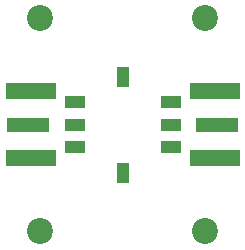
<source format=gbr>
%TF.GenerationSoftware,KiCad,Pcbnew,(6.0.0)*%
%TF.CreationDate,2022-01-16T13:24:38+00:00*%
%TF.ProjectId,RBP-140+,5242502d-3134-4302-9b2e-6b696361645f,rev?*%
%TF.SameCoordinates,Original*%
%TF.FileFunction,Soldermask,Top*%
%TF.FilePolarity,Negative*%
%FSLAX46Y46*%
G04 Gerber Fmt 4.6, Leading zero omitted, Abs format (unit mm)*
G04 Created by KiCad (PCBNEW (6.0.0)) date 2022-01-16 13:24:38*
%MOMM*%
%LPD*%
G01*
G04 APERTURE LIST*
%ADD10C,2.200000*%
%ADD11R,3.600000X1.270000*%
%ADD12R,4.200000X1.350000*%
%ADD13R,1.778000X1.016000*%
%ADD14R,1.016000X1.778000*%
G04 APERTURE END LIST*
D10*
%TO.C,H4*%
X143000000Y-91000000D03*
%TD*%
%TO.C,H2*%
X157000000Y-109000000D03*
%TD*%
%TO.C,H1*%
X143000000Y-109000000D03*
%TD*%
D11*
%TO.C,J1*%
X142000000Y-100000000D03*
D12*
X142200000Y-102825000D03*
X142200000Y-97175000D03*
%TD*%
D13*
%TO.C,FL1*%
X145936000Y-98095000D03*
X145936000Y-100000000D03*
X145936000Y-101905000D03*
D14*
X150000000Y-104064000D03*
D13*
X154064000Y-101905000D03*
X154064000Y-100000000D03*
X154064000Y-98095000D03*
D14*
X150000000Y-95936000D03*
%TD*%
D11*
%TO.C,J2*%
X158000000Y-100000000D03*
D12*
X157800000Y-102825000D03*
X157800000Y-97175000D03*
%TD*%
D10*
%TO.C,H3*%
X157000000Y-91000000D03*
%TD*%
M02*

</source>
